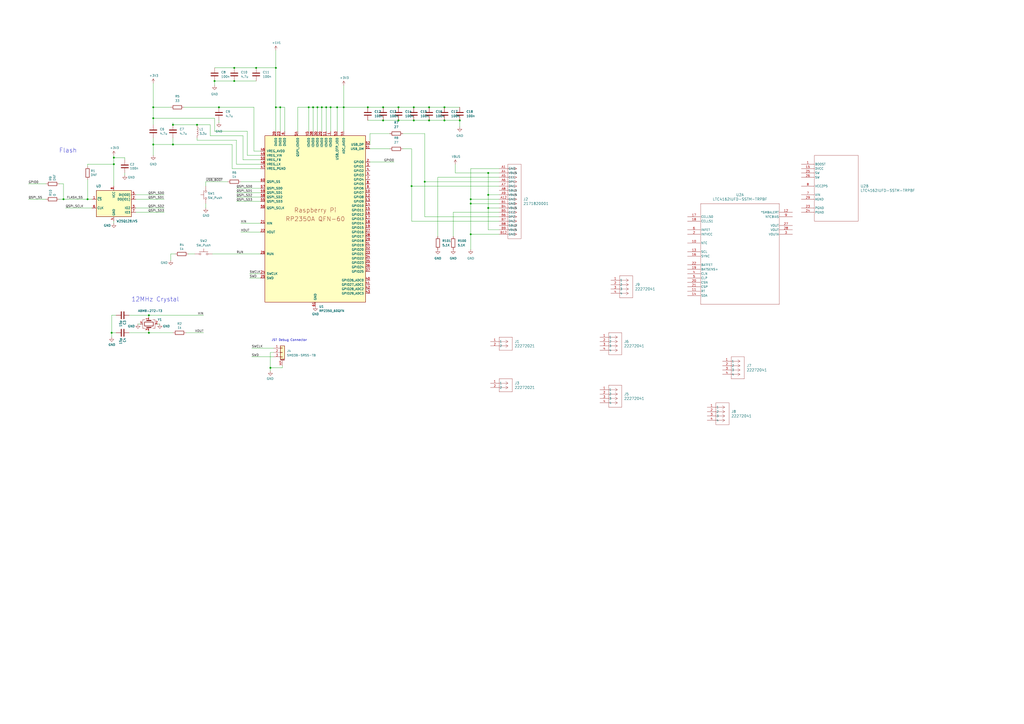
<source format=kicad_sch>
(kicad_sch (version 20231120) (generator "eeschema") (generator_version "8.0")
  (paper "A2")
  (lib_symbols
    (symbol "2024-08-11_23-31-51:LTC4162IUFD-SSTM-TRPBF" (pin_names (offset 0.254))
      (property "Reference" "U" (at 30.48 12.7 0))
      (property "Value" "LTC4162IUFD-SSTM-TRPBF" (at 30.48 10.16 0))
      (symbol "LTC4162IUFD-SSTM-TRPBF_1_1"
        (pin input line (at 0 -15.24 0) (length 7.62) (name "NTC") (number "10"))
        (pin unspecified line (at 0 -43.18 0) (length 7.62) (name "RT") (number "11"))
        (pin output line (at 60.96 2.54 180) (length 7.62) (name "*SMBALERT") (number "12"))
        (pin input line (at 0 -20.32 0) (length 7.62) (name "SCL") (number "13"))
        (pin bidirectional line (at 0 -45.72 0) (length 7.62) (name "SDA") (number "14"))
        (pin input line (at 0 -22.86 0) (length 7.62) (name "SYNC") (number "16"))
        (pin input line (at 0 0 0) (length 7.62) (name "CELLS0") (number "17"))
        (pin input line (at 0 -2.54 0) (length 7.62) (name "CELLS1") (number "18"))
        (pin unspecified line (at 0 -30.48 0) (length 7.62) (name "BATSENS+") (number "19"))
        (pin power_in line (at 0 -10.16 0) (length 7.62) (name "INTVCC") (number "2"))
        (pin unspecified line (at 0 -38.1 0) (length 7.62) (name "CSN") (number "20"))
        (pin unspecified line (at 0 -40.64 0) (length 7.62) (name "CSP") (number "21"))
        (pin unspecified line (at 0 -27.94 0) (length 7.62) (name "BATFET") (number "22"))
        (pin power_in line (at 60.96 -5.08 180) (length 7.62) (name "VOUT") (number "27"))
        (pin power_in line (at 60.96 -7.62 180) (length 7.62) (name "VOUT") (number "28"))
        (pin power_in line (at 60.96 -10.16 180) (length 7.62) (name "VOUTA") (number "3"))
        (pin unspecified line (at 0 -33.02 0) (length 7.62) (name "CLN") (number "4"))
        (pin unspecified line (at 0 -35.56 0) (length 7.62) (name "CLP") (number "5"))
        (pin output line (at 0 -7.62 0) (length 7.62) (name "INFET") (number "6"))
        (pin output line (at 60.96 0 180) (length 7.62) (name "NTCBIAS") (number "9"))
      )
      (symbol "LTC4162IUFD-SSTM-TRPBF_2_1"
        (pin power_in line (at 0 0 0) (length 7.62) (name "BOOST") (number "1"))
        (pin power_in line (at 0 -2.54 0) (length 7.62) (name "DVCC") (number "15"))
        (pin power_out line (at 0 -25.4 0) (length 7.62) (name "PGND") (number "23"))
        (pin power_out line (at 0 -27.94 0) (length 7.62) (name "PGND") (number "24"))
        (pin power_in line (at 0 -5.08 0) (length 7.62) (name "SW") (number "25"))
        (pin power_in line (at 0 -7.62 0) (length 7.62) (name "SW") (number "26"))
        (pin power_out line (at 0 -20.32 0) (length 7.62) (name "AGND") (number "29"))
        (pin power_in line (at 0 -17.78 0) (length 7.62) (name "VIN") (number "7"))
        (pin power_in line (at 0 -12.7 0) (length 7.62) (name "VCC2P5") (number "8"))
      )
    )
    (symbol "2024-08-12_01-31-08:2171820001" (pin_names (offset 0.254))
      (property "Reference" "J" (at 8.89 6.35 0))
      (property "Value" "2171820001" (at 0 0 0))
      (symbol "2171820001_1_1"
        (pin power_out line (at 0 0 0) (length 5.08) (name "GND") (number "A1"))
        (pin power_out line (at 0 -17.78 0) (length 5.08) (name "GND") (number "A12"))
        (pin unspecified line (at 0 -2.54 0) (length 5.08) (name "VBUS") (number "A4"))
        (pin bidirectional line (at 0 -5.08 0) (length 5.08) (name "CC1") (number "A5"))
        (pin bidirectional line (at 0 -7.62 0) (length 5.08) (name "DP1") (number "A6"))
        (pin bidirectional line (at 0 -10.16 0) (length 5.08) (name "DN1") (number "A7"))
        (pin bidirectional line (at 0 -12.7 0) (length 5.08) (name "SBU1") (number "A8"))
        (pin unspecified line (at 0 -15.24 0) (length 5.08) (name "VBUS") (number "A9"))
        (pin power_out line (at 0 -20.32 0) (length 5.08) (name "GND") (number "B1"))
        (pin power_out line (at 0 -38.1 0) (length 5.08) (name "GND") (number "B12"))
        (pin unspecified line (at 0 -22.86 0) (length 5.08) (name "VBUS") (number "B4"))
        (pin bidirectional line (at 0 -25.4 0) (length 5.08) (name "CC2") (number "B5"))
        (pin bidirectional line (at 0 -27.94 0) (length 5.08) (name "DP2") (number "B6"))
        (pin bidirectional line (at 0 -30.48 0) (length 5.08) (name "DN2") (number "B7"))
        (pin bidirectional line (at 0 -33.02 0) (length 5.08) (name "SBU2") (number "B8"))
        (pin unspecified line (at 0 -35.56 0) (length 5.08) (name "VBUS") (number "B9"))
      )
      (symbol "2171820001_1_2"
        (pin power_out line (at 0 0 0) (length 5.08) (name "GND") (number "A1"))
        (pin power_out line (at 0 -17.78 0) (length 5.08) (name "GND") (number "A12"))
        (pin unspecified line (at 0 -2.54 0) (length 5.08) (name "VBUS") (number "A4"))
        (pin bidirectional line (at 0 -5.08 0) (length 5.08) (name "CC1") (number "A5"))
        (pin bidirectional line (at 0 -7.62 0) (length 5.08) (name "DP1") (number "A6"))
        (pin bidirectional line (at 0 -10.16 0) (length 5.08) (name "DN1") (number "A7"))
        (pin bidirectional line (at 0 -12.7 0) (length 5.08) (name "SBU1") (number "A8"))
        (pin unspecified line (at 0 -15.24 0) (length 5.08) (name "VBUS") (number "A9"))
        (pin power_out line (at 0 -20.32 0) (length 5.08) (name "GND") (number "B1"))
        (pin power_out line (at 0 -38.1 0) (length 5.08) (name "GND") (number "B12"))
        (pin unspecified line (at 0 -22.86 0) (length 5.08) (name "VBUS") (number "B4"))
        (pin bidirectional line (at 0 -25.4 0) (length 5.08) (name "CC2") (number "B5"))
        (pin bidirectional line (at 0 -27.94 0) (length 5.08) (name "DP2") (number "B6"))
        (pin bidirectional line (at 0 -30.48 0) (length 5.08) (name "DN2") (number "B7"))
        (pin bidirectional line (at 0 -33.02 0) (length 5.08) (name "SBU2") (number "B8"))
        (pin unspecified line (at 0 -35.56 0) (length 5.08) (name "VBUS") (number "B9"))
      )
    )
    (symbol "Connector_Generic_MountingPin:Conn_01x03_MountingPin" (pin_names (offset 1.016) hide)
      (property "Reference" "J" (at 0 5.08 0))
      (property "Value" "Conn_01x03_MountingPin" (at 1.27 -5.08 0))
      (symbol "Conn_01x03_MountingPin_1_1"
        (text "Mounting" (at 0 -4.191 0) (effects (font (size 0.381 0.381))))
        (pin passive line (at -5.08 2.54 0) (length 3.81) (name "Pin_1") (number "1"))
        (pin passive line (at -5.08 0 0) (length 3.81) (name "Pin_2") (number "2"))
        (pin passive line (at -5.08 -2.54 0) (length 3.81) (name "Pin_3") (number "3"))
        (pin passive line (at 0 -7.62 90) (length 3.048) (name "MountPin") (number "MP"))
      )
    )
    (symbol "Device:C" (pin_numbers hide) (pin_names (offset 0.254))
      (property "Reference" "C" (at 0.635 2.54 0))
      (property "Value" "C" (at 0.635 -2.54 0))
      (symbol "C_1_1"
        (pin passive line (at 0 3.81 270) (length 2.794) (name "~") (number "1"))
        (pin passive line (at 0 -3.81 90) (length 2.794) (name "~") (number "2"))
      )
    )
    (symbol "Device:Crystal_GND24" (pin_names (offset 1.016) hide)
      (property "Reference" "Y" (at 3.175 5.08 0))
      (property "Value" "Crystal_GND24" (at 3.175 3.175 0))
      (symbol "Crystal_GND24_1_1"
        (pin passive line (at -3.81 0 0) (length 1.27) (name "1") (number "1"))
        (pin passive line (at 0 5.08 270) (length 1.27) (name "2") (number "2"))
        (pin passive line (at 3.81 0 180) (length 1.27) (name "3") (number "3"))
        (pin passive line (at 0 -5.08 90) (length 1.27) (name "4") (number "4"))
      )
    )
    (symbol "Device:L" (pin_numbers hide) (pin_names (offset 1.016) hide)
      (property "Reference" "L" (at -1.27 0 90))
      (property "Value" "L" (at 1.905 0 90))
      (symbol "L_1_1"
        (pin passive line (at 0 3.81 270) (length 1.27) (name "1") (number "1"))
        (pin passive line (at 0 -3.81 90) (length 1.27) (name "2") (number "2"))
      )
    )
    (symbol "Device:R" (pin_numbers hide) (pin_names (offset 0))
      (property "Reference" "R" (at 2.032 0 90))
      (property "Value" "R" (at 0 0 90))
      (symbol "R_1_1"
        (pin passive line (at 0 3.81 270) (length 1.27) (name "~") (number "1"))
        (pin passive line (at 0 -3.81 90) (length 1.27) (name "~") (number "2"))
      )
    )
    (symbol "Memory_Flash:W25Q128JVS"
      (property "Reference" "U" (at -8.89 8.89 0))
      (property "Value" "W25Q128JVS" (at 7.62 8.89 0))
      (symbol "W25Q128JVS_1_1"
        (pin input line (at -12.7 2.54 0) (length 2.54) (name "~{CS}") (number "1"))
        (pin bidirectional line (at 12.7 2.54 180) (length 2.54) (name "DO(IO1)") (number "2"))
        (pin bidirectional line (at 12.7 -2.54 180) (length 2.54) (name "IO2") (number "3"))
        (pin power_in line (at 0 -10.16 90) (length 2.54) (name "GND") (number "4"))
        (pin bidirectional line (at 12.7 5.08 180) (length 2.54) (name "DI(IO0)") (number "5"))
        (pin input line (at -12.7 -2.54 0) (length 2.54) (name "CLK") (number "6"))
        (pin bidirectional line (at 12.7 -5.08 180) (length 2.54) (name "IO3") (number "7"))
        (pin power_in line (at 0 10.16 270) (length 2.54) (name "VCC") (number "8"))
      )
    )
    (symbol "RP2350-QFN60:RP2350_60QFN" (pin_names (offset 1.016))
      (property "Reference" "U" (at -29.21 49.53 0))
      (property "Value" "RP2350_60QFN" (at 24.13 -49.53 0))
      (symbol "RP2350_60QFN_0_0"
        (text "Raspberry Pi" (at 0 5.08 0) (effects (font (size 2.54 2.54))))
      )
      (symbol "RP2350_60QFN_1_0"
        (text "RP2350A QFN-60" (at 0 0 0) (effects (font (size 2.54 2.54))))
      )
      (symbol "RP2350_60QFN_1_1"
        (pin power_in line (at 8.89 50.8 270) (length 2.54) (name "IOVDD") (number "1"))
        (pin bidirectional line (at 31.75 15.24 180) (length 2.54) (name "GPIO7") (number "10"))
        (pin power_in line (at 6.35 50.8 270) (length 2.54) (name "IOVDD") (number "11"))
        (pin bidirectional line (at 31.75 12.7 180) (length 2.54) (name "GPIO8") (number "12"))
        (pin bidirectional line (at 31.75 10.16 180) (length 2.54) (name "GPIO9") (number "13"))
        (pin bidirectional line (at 31.75 7.62 180) (length 2.54) (name "GPIO10") (number "14"))
        (pin bidirectional line (at 31.75 5.08 180) (length 2.54) (name "GPIO11") (number "15"))
        (pin bidirectional line (at 31.75 2.54 180) (length 2.54) (name "GPIO12") (number "16"))
        (pin bidirectional line (at 31.75 0 180) (length 2.54) (name "GPIO13") (number "17"))
        (pin bidirectional line (at 31.75 -2.54 180) (length 2.54) (name "GPIO14") (number "18"))
        (pin bidirectional line (at 31.75 -5.08 180) (length 2.54) (name "GPIO15") (number "19"))
        (pin bidirectional line (at 31.75 33.02 180) (length 2.54) (name "GPIO0") (number "2"))
        (pin power_in line (at 3.81 50.8 270) (length 2.54) (name "IOVDD") (number "20"))
        (pin input line (at -31.75 -2.54 0) (length 2.54) (name "XIN") (number "21"))
        (pin passive line (at -31.75 -7.62 0) (length 2.54) (name "XOUT") (number "22"))
        (pin power_in line (at -20.32 50.8 270) (length 2.54) (name "DVDD") (number "23"))
        (pin output line (at -31.75 -31.75 0) (length 2.54) (name "SWCLK") (number "24"))
        (pin bidirectional line (at -31.75 -34.29 0) (length 2.54) (name "SWD") (number "25"))
        (pin input line (at -31.75 -20.32 0) (length 2.54) (name "RUN") (number "26"))
        (pin bidirectional line (at 31.75 -7.62 180) (length 2.54) (name "GPIO16") (number "27"))
        (pin bidirectional line (at 31.75 -10.16 180) (length 2.54) (name "GPIO17") (number "28"))
        (pin bidirectional line (at 31.75 -12.7 180) (length 2.54) (name "GPIO18") (number "29"))
        (pin bidirectional line (at 31.75 30.48 180) (length 2.54) (name "GPIO1") (number "3"))
        (pin power_in line (at 1.27 50.8 270) (length 2.54) (name "IOVDD") (number "30"))
        (pin bidirectional line (at 31.75 -15.24 180) (length 2.54) (name "GPIO19") (number "31"))
        (pin bidirectional line (at 31.75 -17.78 180) (length 2.54) (name "GPIO20") (number "32"))
        (pin bidirectional line (at 31.75 -20.32 180) (length 2.54) (name "GPIO21") (number "33"))
        (pin bidirectional line (at 31.75 -22.86 180) (length 2.54) (name "GPIO22") (number "34"))
        (pin bidirectional line (at 31.75 -25.4 180) (length 2.54) (name "GPIO23") (number "35"))
        (pin bidirectional line (at 31.75 -27.94 180) (length 2.54) (name "GPIO24") (number "36"))
        (pin bidirectional line (at 31.75 -30.48 180) (length 2.54) (name "GPIO25") (number "37"))
        (pin power_in line (at -1.27 50.8 270) (length 2.54) (name "IOVDD") (number "38"))
        (pin power_in line (at -22.86 50.8 270) (length 2.54) (name "DVDD") (number "39"))
        (pin bidirectional line (at 31.75 27.94 180) (length 2.54) (name "GPIO2") (number "4"))
        (pin bidirectional line (at 31.75 -35.56 180) (length 2.54) (name "GPIO26_ADC0") (number "40"))
        (pin bidirectional line (at 31.75 -38.1 180) (length 2.54) (name "GPIO27_ADC1") (number "41"))
        (pin bidirectional line (at 31.75 -40.64 180) (length 2.54) (name "GPIO28_ADC2") (number "42"))
        (pin bidirectional line (at 31.75 -43.18 180) (length 2.54) (name "GPIO29_ADC3") (number "43"))
        (pin power_in line (at 16.51 50.8 270) (length 2.54) (name "ADC_AVDD") (number "44"))
        (pin power_in line (at -3.81 50.8 270) (length 2.54) (name "IOVDD") (number "45"))
        (pin power_in line (at -31.75 39.37 0) (length 2.54) (name "VREG_AVDD") (number "46"))
        (pin power_in line (at -31.75 29.21 0) (length 2.54) (name "VREG_PGND") (number "47"))
        (pin power_out line (at -31.75 31.75 0) (length 2.54) (name "VREG_LX") (number "48"))
        (pin power_in line (at -31.75 36.83 0) (length 2.54) (name "VREG_VIN") (number "49"))
        (pin bidirectional line (at 31.75 25.4 180) (length 2.54) (name "GPIO3") (number "5"))
        (pin input line (at -31.75 34.29 0) (length 2.54) (name "VREG_FB") (number "50"))
        (pin bidirectional line (at 31.75 40.64 180) (length 2.54) (name "USB_DM") (number "51"))
        (pin bidirectional line (at 31.75 43.18 180) (length 2.54) (name "USB_DP") (number "52"))
        (pin power_in line (at 12.7 50.8 270) (length 2.54) (name "USB_OTP_VDD") (number "53"))
        (pin power_in line (at -10.16 50.8 270) (length 2.54) (name "QSPI_IOVDD") (number "54"))
        (pin bidirectional line (at -31.75 10.16 0) (length 2.54) (name "QSPI_SD3") (number "55"))
        (pin output line (at -31.75 6.35 0) (length 2.54) (name "QSPI_SCLK") (number "56"))
        (pin bidirectional line (at -31.75 17.78 0) (length 2.54) (name "QSPI_SD0") (number "57"))
        (pin bidirectional line (at -31.75 12.7 0) (length 2.54) (name "QSPI_SD2") (number "58"))
        (pin bidirectional line (at -31.75 15.24 0) (length 2.54) (name "QSPI_SD1") (number "59"))
        (pin power_in line (at -17.78 50.8 270) (length 2.54) (name "DVDD") (number "6"))
        (pin bidirectional line (at -31.75 21.59 0) (length 2.54) (name "QSPI_SS") (number "60"))
        (pin power_in line (at 0 -50.8 90) (length 2.54) (name "GND") (number "61"))
        (pin bidirectional line (at 31.75 22.86 180) (length 2.54) (name "GPIO4") (number "7"))
        (pin bidirectional line (at 31.75 20.32 180) (length 2.54) (name "GPIO5") (number "8"))
        (pin bidirectional line (at 31.75 17.78 180) (length 2.54) (name "GPIO6") (number "9"))
      )
    )
    (symbol "Switch:SW_Push" (pin_numbers hide) (pin_names (offset 1.016) hide)
      (property "Reference" "SW" (at 1.27 2.54 0))
      (property "Value" "SW_Push" (at 0 -1.524 0))
      (symbol "SW_Push_0_1"
        (pin passive line (at -5.08 0 0) (length 2.54) (name "1") (number "1"))
        (pin passive line (at 5.08 0 180) (length 2.54) (name "2") (number "2"))
      )
    )
    (symbol "molex 22272021:22272021" (pin_names (offset 0.254))
      (property "Reference" "J" (at 8.89 6.35 0))
      (property "Value" "22272021" (at 0 0 0))
      (symbol "22272021_1_1"
        (pin unspecified line (at 0 0 0) (length 5.08) (name "1") (number "1"))
        (pin unspecified line (at 0 -2.54 0) (length 5.08) (name "2") (number "2"))
      )
      (symbol "22272021_1_2"
        (pin unspecified line (at 0 0 0) (length 5.08) (name "1") (number "1"))
        (pin unspecified line (at 0 -2.54 0) (length 5.08) (name "2") (number "2"))
      )
    )
    (symbol "molex 22272041:22272041" (pin_names (offset 0.254))
      (property "Reference" "J" (at 8.89 6.35 0))
      (property "Value" "22272041" (at 0 0 0))
      (symbol "22272041_1_1"
        (pin unspecified line (at 0 0 0) (length 5.08) (name "1") (number "1"))
        (pin unspecified line (at 0 -2.54 0) (length 5.08) (name "2") (number "2"))
        (pin unspecified line (at 0 -5.08 0) (length 5.08) (name "3") (number "3"))
        (pin unspecified line (at 0 -7.62 0) (length 5.08) (name "4") (number "4"))
      )
      (symbol "22272041_1_2"
        (pin unspecified line (at 0 0 0) (length 5.08) (name "1") (number "1"))
        (pin unspecified line (at 0 -2.54 0) (length 5.08) (name "2") (number "2"))
        (pin unspecified line (at 0 -5.08 0) (length 5.08) (name "3") (number "3"))
        (pin unspecified line (at 0 -7.62 0) (length 5.08) (name "4") (number "4"))
      )
    )
    (symbol "power:+3V3" (power) (pin_names (offset 0))
      (property "Value" "+3V3" (at 0 3.556 0))
      (symbol "+3V3_1_1"
        (pin power_in line (at 0 0 90) (length 0) hide (name "+3V3") (number "1"))
      )
    )
    (symbol "power:GND" (power) (pin_numbers hide) (pin_names (offset 0) hide)
      (property "Value" "GND" (at 0 -3.81 0))
      (symbol "GND_1_1"
        (pin power_in line (at 0 0 270) (length 0) (name "~") (number "1"))
      )
    )
  )
  (junction (at 88.9 83.82))
  (junction (at 100.33 83.82))
  (junction (at 86.36 182.88))
  (junction (at 273.05 115.57))
  (junction (at 114.3 72.39))
  (junction (at 88.9 62.23))
  (junction (at 156.845 213.36))
  (junction (at 189.23 62.23))
  (junction (at 127 62.23))
  (junction (at 50.8 115.57))
  (junction (at 135.89 39.37))
  (junction (at 257.81 69.85))
  (junction (at 179.07 62.23))
  (junction (at 231.14 62.23))
  (junction (at 213.36 62.23))
  (junction (at 100.33 72.39))
  (junction (at 257.81 62.23))
  (junction (at 88.9 68.58))
  (junction (at 160.02 39.37))
  (junction (at 64.77 193.04))
  (junction (at 135.89 46.99))
  (junction (at 266.7 69.85))
  (junction (at 186.69 62.23))
  (junction (at 181.61 62.23))
  (junction (at 162.56 62.23))
  (junction (at 248.92 62.23))
  (junction (at 283.21 100.33))
  (junction (at 222.25 69.85))
  (junction (at 195.58 62.23))
  (junction (at 184.15 62.23))
  (junction (at 283.21 113.03))
  (junction (at 246.38 105.41))
  (junction (at 273.05 118.11))
  (junction (at 248.92 69.85))
  (junction (at 148.59 39.37))
  (junction (at 124.46 46.99))
  (junction (at 66.04 91.44))
  (junction (at 66.04 95.25))
  (junction (at 160.02 62.23))
  (junction (at 240.03 62.23))
  (junction (at 240.03 69.85))
  (junction (at 86.36 193.04))
  (junction (at 231.14 69.85))
  (junction (at 191.77 62.23))
  (junction (at 36.83 115.57))
  (junction (at 222.25 62.23))
  (junction (at 273.05 135.89))
  (junction (at 283.21 120.65))
  (junction (at 199.39 62.23))
  (junction (at 238.76 107.95))
  (wire (pts (xy 283.21 133.35) (xy 283.21 120.65)))
  (wire (pts (xy 238.76 107.95) (xy 289.56 107.95)))
  (wire (pts (xy 162.56 62.23) (xy 162.56 76.2)))
  (wire (pts (xy 86.36 193.04) (xy 100.33 193.04)))
  (wire (pts (xy 283.21 120.65) (xy 283.21 113.03)))
  (wire (pts (xy 127 69.85) (xy 127 71.12)))
  (wire (pts (xy 74.93 182.88) (xy 86.36 182.88)))
  (wire (pts (xy 67.31 182.88) (xy 64.77 182.88)))
  (wire (pts (xy 254 102.87) (xy 254 137.16)))
  (wire (pts (xy 186.69 62.23) (xy 186.69 76.2)))
  (wire (pts (xy 273.05 115.57) (xy 273.05 118.11)))
  (wire (pts (xy 88.9 68.58) (xy 124.46 68.58)))
  (wire (pts (xy 213.36 62.23) (xy 222.25 62.23)))
  (wire (pts (xy 144.78 161.29) (xy 151.13 161.29)))
  (wire (pts (xy 184.15 62.23) (xy 184.15 76.2)))
  (wire (pts (xy 156.845 213.36) (xy 163.83 213.36)))
  (wire (pts (xy 50.8 115.57) (xy 53.34 115.57)))
  (wire (pts (xy 132.08 105.41) (xy 119.38 105.41)))
  (wire (pts (xy 88.9 62.23) (xy 99.06 62.23)))
  (wire (pts (xy 262.89 123.19) (xy 262.89 137.16)))
  (wire (pts (xy 289.56 128.27) (xy 238.76 128.27)))
  (wire (pts (xy 233.68 77.47) (xy 246.38 77.47)))
  (wire (pts (xy 124.46 39.37) (xy 135.89 39.37)))
  (wire (pts (xy 124.46 46.99) (xy 135.89 46.99)))
  (wire (pts (xy 257.81 69.85) (xy 266.7 69.85)))
  (wire (pts (xy 72.39 91.44) (xy 66.04 91.44)))
  (wire (pts (xy 238.76 128.27) (xy 238.76 107.95)))
  (wire (pts (xy 121.92 72.39) (xy 121.92 78.74)))
  (wire (pts (xy 135.89 39.37) (xy 148.59 39.37)))
  (wire (pts (xy 214.63 86.36) (xy 226.06 86.36)))
  (wire (pts (xy 214.63 77.47) (xy 226.06 77.47)))
  (wire (pts (xy 50.8 96.52) (xy 50.8 95.25)))
  (wire (pts (xy 289.56 97.79) (xy 273.05 97.79)))
  (wire (pts (xy 289.56 102.87) (xy 254 102.87)))
  (wire (pts (xy 140.97 92.71) (xy 151.13 92.71)))
  (wire (pts (xy 264.16 100.33) (xy 283.21 100.33)))
  (wire (pts (xy 199.39 62.23) (xy 199.39 76.2)))
  (wire (pts (xy 160.02 29.21) (xy 160.02 39.37)))
  (wire (pts (xy 64.77 193.04) (xy 64.77 195.58)))
  (wire (pts (xy 78.74 115.57) (xy 95.25 115.57)))
  (wire (pts (xy 144.78 158.75) (xy 151.13 158.75)))
  (wire (pts (xy 233.68 86.36) (xy 238.76 86.36)))
  (wire (pts (xy 86.36 191.77) (xy 86.36 193.04)))
  (wire (pts (xy 88.9 62.23) (xy 88.9 68.58)))
  (wire (pts (xy 88.9 68.58) (xy 88.9 72.39)))
  (wire (pts (xy 191.77 62.23) (xy 191.77 76.2)))
  (wire (pts (xy 143.51 90.17) (xy 151.13 90.17)))
  (wire (pts (xy 248.92 62.23) (xy 257.81 62.23)))
  (wire (pts (xy 88.9 48.26) (xy 88.9 62.23)))
  (wire (pts (xy 121.92 78.74) (xy 140.97 78.74)))
  (wire (pts (xy 222.25 69.85) (xy 231.14 69.85)))
  (wire (pts (xy 66.04 91.44) (xy 66.04 95.25)))
  (wire (pts (xy 123.19 147.32) (xy 151.13 147.32)))
  (wire (pts (xy 172.72 62.23) (xy 179.07 62.23)))
  (wire (pts (xy 147.32 87.63) (xy 151.13 87.63)))
  (wire (pts (xy 137.16 116.84) (xy 151.13 116.84)))
  (wire (pts (xy 124.46 76.2) (xy 124.46 68.58)))
  (wire (pts (xy 283.21 100.33) (xy 289.56 100.33)))
  (wire (pts (xy 109.22 147.32) (xy 113.03 147.32)))
  (wire (pts (xy 38.1 120.65) (xy 53.34 120.65)))
  (wire (pts (xy 106.68 62.23) (xy 127 62.23)))
  (wire (pts (xy 147.32 62.23) (xy 147.32 87.63)))
  (wire (pts (xy 34.29 106.68) (xy 36.83 106.68)))
  (wire (pts (xy 100.33 83.82) (xy 88.9 83.82)))
  (wire (pts (xy 273.05 135.89) (xy 289.56 135.89)))
  (wire (pts (xy 191.77 62.23) (xy 195.58 62.23)))
  (wire (pts (xy 162.56 62.23) (xy 165.1 62.23)))
  (wire (pts (xy 80.01 187.96) (xy 81.28 187.96)))
  (wire (pts (xy 289.56 123.19) (xy 262.89 123.19)))
  (wire (pts (xy 179.07 62.23) (xy 181.61 62.23)))
  (wire (pts (xy 140.97 78.74) (xy 140.97 92.71)))
  (wire (pts (xy 246.38 77.47) (xy 246.38 105.41)))
  (wire (pts (xy 135.89 46.99) (xy 148.59 46.99)))
  (wire (pts (xy 156.845 213.36) (xy 156.845 215.265)))
  (wire (pts (xy 16.51 115.57) (xy 26.67 115.57)))
  (wire (pts (xy 163.83 212.09) (xy 163.83 213.36)))
  (wire (pts (xy 158.75 204.47) (xy 156.845 204.47)))
  (wire (pts (xy 151.13 95.25) (xy 137.16 95.25)))
  (wire (pts (xy 213.36 69.85) (xy 222.25 69.85)))
  (wire (pts (xy 66.04 95.25) (xy 66.04 107.95)))
  (wire (pts (xy 100.33 80.01) (xy 100.33 83.82)))
  (wire (pts (xy 160.02 62.23) (xy 160.02 76.2)))
  (wire (pts (xy 88.9 83.82) (xy 88.9 80.01)))
  (wire (pts (xy 289.56 120.65) (xy 283.21 120.65)))
  (wire (pts (xy 78.74 123.19) (xy 95.25 123.19)))
  (wire (pts (xy 67.31 193.04) (xy 64.77 193.04)))
  (wire (pts (xy 137.16 114.3) (xy 151.13 114.3)))
  (wire (pts (xy 137.16 111.76) (xy 151.13 111.76)))
  (wire (pts (xy 101.6 147.32) (xy 99.06 147.32)))
  (wire (pts (xy 189.23 62.23) (xy 189.23 76.2)))
  (wire (pts (xy 139.7 134.62) (xy 151.13 134.62)))
  (wire (pts (xy 114.3 72.39) (xy 121.92 72.39)))
  (wire (pts (xy 143.51 76.2) (xy 143.51 90.17)))
  (wire (pts (xy 189.23 62.23) (xy 191.77 62.23)))
  (wire (pts (xy 134.62 83.82) (xy 100.33 83.82)))
  (wire (pts (xy 248.92 69.85) (xy 257.81 69.85)))
  (wire (pts (xy 36.83 115.57) (xy 50.8 115.57)))
  (wire (pts (xy 273.05 118.11) (xy 273.05 135.89)))
  (wire (pts (xy 240.03 69.85) (xy 248.92 69.85)))
  (wire (pts (xy 137.16 109.22) (xy 151.13 109.22)))
  (wire (pts (xy 214.63 83.82) (xy 214.63 77.47)))
  (wire (pts (xy 124.46 76.2) (xy 143.51 76.2)))
  (wire (pts (xy 214.63 93.98) (xy 228.6 93.98)))
  (wire (pts (xy 86.36 184.15) (xy 86.36 182.88)))
  (wire (pts (xy 172.72 62.23) (xy 172.72 76.2)))
  (wire (pts (xy 66.04 90.17) (xy 66.04 91.44)))
  (wire (pts (xy 100.33 71.12) (xy 100.33 72.39)))
  (wire (pts (xy 139.7 105.41) (xy 151.13 105.41)))
  (wire (pts (xy 50.8 104.14) (xy 50.8 115.57)))
  (wire (pts (xy 34.29 115.57) (xy 36.83 115.57)))
  (wire (pts (xy 139.7 129.54) (xy 151.13 129.54)))
  (wire (pts (xy 199.39 49.53) (xy 199.39 62.23)))
  (wire (pts (xy 78.74 113.03) (xy 95.25 113.03)))
  (wire (pts (xy 231.14 69.85) (xy 240.03 69.85)))
  (wire (pts (xy 240.03 62.23) (xy 248.92 62.23)))
  (wire (pts (xy 146.05 207.01) (xy 158.75 207.01)))
  (wire (pts (xy 119.38 105.41) (xy 119.38 107.95)))
  (wire (pts (xy 137.16 95.25) (xy 137.16 81.28)))
  (wire (pts (xy 199.39 62.23) (xy 213.36 62.23)))
  (wire (pts (xy 273.05 115.57) (xy 289.56 115.57)))
  (wire (pts (xy 74.93 193.04) (xy 86.36 193.04)))
  (wire (pts (xy 72.39 92.71) (xy 72.39 91.44)))
  (wire (pts (xy 99.06 147.32) (xy 99.06 151.13)))
  (wire (pts (xy 36.83 106.68) (xy 36.83 115.57)))
  (wire (pts (xy 134.62 97.79) (xy 151.13 97.79)))
  (wire (pts (xy 273.05 118.11) (xy 289.56 118.11)))
  (wire (pts (xy 16.51 106.68) (xy 26.67 106.68)))
  (wire (pts (xy 195.58 62.23) (xy 199.39 62.23)))
  (wire (pts (xy 114.3 80.01) (xy 114.3 81.28)))
  (wire (pts (xy 181.61 62.23) (xy 184.15 62.23)))
  (wire (pts (xy 124.46 46.99) (xy 124.46 49.53)))
  (wire (pts (xy 266.7 69.85) (xy 266.7 73.66)))
  (wire (pts (xy 273.05 135.89) (xy 273.05 144.78)))
  (wire (pts (xy 134.62 97.79) (xy 134.62 83.82)))
  (wire (pts (xy 184.15 62.23) (xy 186.69 62.23)))
  (wire (pts (xy 91.44 187.96) (xy 92.71 187.96)))
  (wire (pts (xy 257.81 62.23) (xy 266.7 62.23)))
  (wire (pts (xy 66.04 128.27) (xy 66.04 129.54)))
  (wire (pts (xy 148.59 39.37) (xy 160.02 39.37)))
  (wire (pts (xy 238.76 86.36) (xy 238.76 107.95)))
  (wire (pts (xy 72.39 100.33) (xy 72.39 101.6)))
  (wire (pts (xy 179.07 62.23) (xy 179.07 76.2)))
  (wire (pts (xy 231.14 62.23) (xy 240.03 62.23)))
  (wire (pts (xy 181.61 62.23) (xy 181.61 76.2)))
  (wire (pts (xy 100.33 72.39) (xy 114.3 72.39)))
  (wire (pts (xy 246.38 105.41) (xy 289.56 105.41)))
  (wire (pts (xy 107.95 193.04) (xy 118.11 193.04)))
  (wire (pts (xy 119.38 118.11) (xy 119.38 120.65)))
  (wire (pts (xy 264.16 95.25) (xy 264.16 100.33)))
  (wire (pts (xy 64.77 182.88) (xy 64.77 193.04)))
  (wire (pts (xy 246.38 105.41) (xy 246.38 125.73)))
  (wire (pts (xy 246.38 125.73) (xy 289.56 125.73)))
  (wire (pts (xy 222.25 62.23) (xy 231.14 62.23)))
  (wire (pts (xy 88.9 83.82) (xy 88.9 90.17)))
  (wire (pts (xy 186.69 62.23) (xy 189.23 62.23)))
  (wire (pts (xy 86.36 182.88) (xy 118.11 182.88)))
  (wire (pts (xy 146.05 201.93) (xy 158.75 201.93)))
  (wire (pts (xy 147.32 62.23) (xy 127 62.23)))
  (wire (pts (xy 273.05 97.79) (xy 273.05 115.57)))
  (wire (pts (xy 289.56 133.35) (xy 283.21 133.35)))
  (wire (pts (xy 114.3 81.28) (xy 137.16 81.28)))
  (wire (pts (xy 156.845 204.47) (xy 156.845 213.36)))
  (wire (pts (xy 195.58 62.23) (xy 195.58 76.2)))
  (wire (pts (xy 50.8 95.25) (xy 66.04 95.25)))
  (wire (pts (xy 78.74 120.65) (xy 95.25 120.65)))
  (wire (pts (xy 165.1 76.2) (xy 165.1 62.23)))
  (wire (pts (xy 289.56 113.03) (xy 283.21 113.03)))
  (wire (pts (xy 160.02 62.23) (xy 162.56 62.23)))
  (wire (pts (xy 160.02 39.37) (xy 160.02 62.23)))
  (wire (pts (xy 283.21 100.33) (xy 283.21 113.03)))
  (text "Flash" (at 34.29 88.9 0) (effects (font (size 2.54 2.54)) (justify left bottom)))
  (text "12MHz Crystal" (at 76.2 175.26 0) (effects (font (size 2.54 2.54)) (justify left bottom)))
  (text "JST Debug Connector" (at 157.48 198.12 0) (effects (font (size 1.27 1.27)) (justify left bottom)))
  (label "FLASH_SS" (at 38.735 115.57 0))
  (label "GPIO0" (at 228.6 93.98 180))
  (label "QSPI_SD0" (at 95.25 113.03 180))
  (label "~{USB_BOOT}" (at 119.38 105.41 0))
  (label "QSPI_SD2" (at 137.16 114.3 0))
  (label "QSPI_SS" (at 16.51 115.57 0))
  (label "RUN" (at 137.16 147.32 0))
  (label "SWD" (at 146.05 207.01 0))
  (label "SWCLK" (at 144.78 158.75 0))
  (label "SWCLK" (at 146.05 201.93 0))
  (label "XIN" (at 118.11 182.88 180))
  (label "QSPI_SD3" (at 137.16 116.84 0))
  (label "XIN" (at 139.7 129.54 0))
  (label "QSPI_SD1" (at 95.25 115.57 180))
  (label "GPIO0" (at 16.51 106.68 0))
  (label "SWD" (at 144.78 161.29 0))
  (label "QSPI_SD1" (at 137.16 111.76 0))
  (label "XOUT" (at 139.7 134.62 0))
  (label "QSPI_SD3" (at 95.25 123.19 180))
  (label "QSPI_SD2" (at 95.25 120.65 180))
  (label "QSPI_SCLK" (at 38.1 120.65 0))
  (label "XOUT" (at 118.11 193.04 180))
  (label "QSPI_SD0" (at 137.16 109.22 0))
  (symbol (lib_id "power:GND") (at 99.06 151.13 0) (unit 1)
    (property "Reference" "#PWR016" (effects (hide yes)))
    (property "Value" "GND" (at 95.25 152.4 0))
  )
  (symbol (lib_id "molex 22272041:22272041") (at 347.98 195.58 0) (unit 1)
    (property "Reference" "J6" (at 361.95 198.1199 0) (effects (font (size 1.524 1.524)) (justify left)))
    (property "Value" "22272041" (at 361.95 200.6599 0) (effects (font (size 1.524 1.524)) (justify left)))
    (property "Footprint" "CONN_AE-6410-04A_MOL" (effects (hide yes)))
    (property "Datasheet" "22272041" (effects (hide yes)))
  )
  (symbol (lib_id "power:+3V3") (at 160.02 29.21 0) (unit 1)
    (property "Reference" "#PWR019" (effects (hide yes)))
    (property "Value" "+1V1" (at 160.401 24.8158 0))
  )
  (symbol (lib_id "Switch:SW_Push") (at 119.38 113.03 90) (unit 1)
    (property "Reference" "SW1" (at 120.523 112.1953 90) (effects (justify right)))
    (property "Value" "SW_Push" (at 120.523 114.7322 90) (effects (justify right)))
    (property "Footprint" "Button_Switch_SMD:SW_Push_1P1T_NO_Vertical_Wuerth_434133025816" (effects (hide yes)))
  )
  (symbol (lib_id "power:GND") (at 156.845 215.265 0) (mirror y) (unit 1)
    (property "Reference" "#PWR011" (effects (hide yes)))
    (property "Value" "GND" (at 156.718 219.6592 0))
  )
  (symbol (lib_id "Device:R") (at 30.48 106.68 90) (unit 1)
    (property "Reference" "R9" (at 29.3116 104.902 0) (effects (justify left)))
    (property "Value" "DNF" (at 31.623 104.902 0) (effects (justify left)))
    (property "Footprint" "Resistor_SMD:R_0402_1005Metric" (effects (hide yes)))
  )
  (symbol (lib_id "Device:C") (at 231.14 66.04 0) (unit 1)
    (property "Reference" "C14" (at 234.95 64.7699 0) (effects (justify left)))
    (property "Value" "100n" (at 234.95 67.3099 0) (effects (justify left)))
    (property "Footprint" "Capacitor_SMD:C_0402_1005Metric" (effects (hide yes)))
    (property "Description" "Unpolarized capacitor" (effects (hide yes)))
  )
  (symbol (lib_id "molex 22272021:22272021") (at 284.48 198.12 0) (unit 1)
    (property "Reference" "J1" (at 298.45 198.1199 0) (effects (font (size 1.524 1.524)) (justify left)))
    (property "Value" "22272021" (at 298.45 200.6599 0) (effects (font (size 1.524 1.524)) (justify left)))
    (property "Footprint" "CONN_AE-6410-02A_MOL" (effects (hide yes)))
    (property "Datasheet" "22272021" (effects (hide yes)))
  )
  (symbol (lib_id "Memory_Flash:W25Q128JVS") (at 66.04 118.11 0) (unit 1)
    (property "Reference" "U3" (at 57.15 107.95 0))
    (property "Value" "W25Q128JVS" (at 73.66 128.27 0))
    (property "Footprint" "Package_SO:SOIC-8_5.23x5.23mm_P1.27mm" (effects (hide yes)))
    (property "Datasheet" "http://www.winbond.com/resource-files/w25q128jv_dtr%20revc%2003272018%20plus.pdf" (effects (hide yes)))
  )
  (symbol (lib_id "2024-08-12_01-31-08:2171820001") (at 289.56 97.79 0) (unit 1)
    (property "Reference" "J2" (at 303.53 115.5699 0) (effects (font (size 1.524 1.524)) (justify left)))
    (property "Value" "2171820001" (at 303.53 118.1099 0) (effects (font (size 1.524 1.524)) (justify left)))
    (property "Footprint" "CONN_217182-0001_MOL" (effects (hide yes)))
    (property "Datasheet" "2171820001" (effects (hide yes)))
  )
  (symbol (lib_id "molex 22272041:22272041") (at 347.98 226.06 0) (unit 1)
    (property "Reference" "J5" (at 361.95 228.5999 0) (effects (font (size 1.524 1.524)) (justify left)))
    (property "Value" "22272041" (at 361.95 231.1399 0) (effects (font (size 1.524 1.524)) (justify left)))
    (property "Footprint" "CONN_AE-6410-04A_MOL" (effects (hide yes)))
    (property "Datasheet" "22272041" (effects (hide yes)))
  )
  (symbol (lib_id "Device:C") (at 266.7 66.04 0) (unit 1)
    (property "Reference" "C18" (at 270.51 64.7699 0) (effects (justify left)))
    (property "Value" "100n" (at 270.51 67.3099 0) (effects (justify left)))
    (property "Footprint" "Capacitor_SMD:C_0402_1005Metric" (effects (hide yes)))
    (property "Description" "Unpolarized capacitor" (effects (hide yes)))
  )
  (symbol (lib_id "power:GND") (at 88.9 90.17 0) (unit 1)
    (property "Reference" "#PWR03" (effects (hide yes)))
    (property "Value" "GND" (at 88.9 95.25 0))
    (property "Description" "Power symbol creates a global label with name \"GND\" , ground" (effects (hide yes)))
  )
  (symbol (lib_id "power:GND") (at 66.04 129.54 0) (unit 1)
    (property "Reference" "#PWR09" (effects (hide yes)))
    (property "Value" "GND" (at 62.23 130.81 0))
  )
  (symbol (lib_id "Device:C") (at 100.33 76.2 0) (unit 1)
    (property "Reference" "C7" (at 104.14 74.9299 0) (effects (justify left)))
    (property "Value" "4.7u" (at 104.14 77.4699 0) (effects (justify left)))
    (property "Footprint" "RP2350_80QFN_minimal:C_0402_1005Metric_small_pads" (effects (hide yes)))
    (property "Description" "Unpolarized capacitor" (effects (hide yes)))
  )
  (symbol (lib_id "Device:C") (at 127 66.04 0) (unit 1)
    (property "Reference" "C9" (at 130.81 64.7699 0) (effects (justify left)))
    (property "Value" "4.7u" (at 130.81 67.3099 0) (effects (justify left)))
    (property "Footprint" "RP2350_80QFN_minimal:C_0402_1005Metric_small_pads" (effects (hide yes)))
    (property "Description" "Unpolarized capacitor" (effects (hide yes)))
  )
  (symbol (lib_id "Device:C") (at 71.12 193.04 270) (unit 1)
    (property "Reference" "C4" (at 72.2884 195.961 0) (effects (justify left)))
    (property "Value" "15p" (at 69.977 195.961 0) (effects (justify left)))
    (property "Footprint" "Capacitor_SMD:C_0402_1005Metric" (effects (hide yes)))
  )
  (symbol (lib_id "Device:C") (at 71.12 182.88 270) (unit 1)
    (property "Reference" "C3" (at 72.2884 185.801 0) (effects (justify left)))
    (property "Value" "15p" (at 69.977 185.801 0) (effects (justify left)))
    (property "Footprint" "Capacitor_SMD:C_0402_1005Metric" (effects (hide yes)))
  )
  (symbol (lib_id "power:+3V3") (at 199.39 49.53 0) (unit 1)
    (property "Reference" "#PWR020" (effects (hide yes)))
    (property "Value" "+3V3" (at 199.771 45.1358 0))
  )
  (symbol (lib_id "Device:C") (at 148.59 43.18 0) (unit 1)
    (property "Reference" "C11" (at 152.4 41.9099 0) (effects (justify left)))
    (property "Value" "100n" (at 152.4 44.4499 0) (effects (justify left)))
    (property "Footprint" "Capacitor_SMD:C_0402_1005Metric" (effects (hide yes)))
    (property "Description" "Unpolarized capacitor" (effects (hide yes)))
  )
  (symbol (lib_id "Device:R") (at 229.87 86.36 90) (unit 1)
    (property "Reference" "R8" (at 229.87 80.01 90))
    (property "Value" "27" (at 229.87 82.55 90))
    (property "Footprint" "Resistor_SMD:R_0402_1005Metric" (effects (hide yes)))
    (property "Description" "Resistor" (effects (hide yes)))
  )
  (symbol (lib_id "Connector_Generic_MountingPin:Conn_01x03_MountingPin") (at 163.83 204.47 0) (unit 1)
    (property "Reference" "J4" (at 166.37 203.5555 0) (effects (justify left)))
    (property "Value" "SM03B-SRSS-TB" (at 166.37 206.0955 0) (effects (justify left)))
    (property "Footprint" "Connector_JST:JST_SH_SM03B-SRSS-TB_1x03-1MP_P1.00mm_Horizontal" (effects (hide yes)))
  )
  (symbol (lib_id "Device:R") (at 102.87 62.23 90) (unit 1)
    (property "Reference" "R5" (at 102.87 55.88 90))
    (property "Value" "33" (at 102.87 58.42 90))
    (property "Footprint" "Resistor_SMD:R_0402_1005Metric" (effects (hide yes)))
    (property "Description" "Resistor" (effects (hide yes)))
  )
  (symbol (lib_id "power:GND") (at 182.88 177.8 0) (unit 1)
    (property "Reference" "#PWR012" (effects (hide yes)))
    (property "Value" "GND" (at 183.007 182.1942 0))
  )
  (symbol (lib_id "power:GND") (at 124.46 49.53 0) (unit 1)
    (property "Reference" "#PWR07" (effects (hide yes)))
    (property "Value" "GND" (at 124.46 54.61 0))
    (property "Description" "Power symbol creates a global label with name \"GND\" , ground" (effects (hide yes)))
  )
  (symbol (lib_id "power:GND") (at 273.05 144.78 0) (unit 1)
    (property "Reference" "#PWR04" (effects (hide yes)))
    (property "Value" "GND" (at 273.05 149.86 0))
    (property "Description" "Power symbol creates a global label with name \"GND\" , ground" (effects (hide yes)))
  )
  (symbol (lib_id "2024-08-11_23-31-51:LTC4162IUFD-SSTM-TRPBF") (at 398.78 125.73 0) (unit 1)
    (property "Reference" "U2" (at 429.26 113.03 0) (effects (font (size 1.524 1.524))))
    (property "Value" "LTC4162IUFD-SSTM-TRPBF" (at 429.26 115.57 0) (effects (font (size 1.524 1.524))))
    (property "Footprint" "05-08-1712_ADI" (effects (hide yes)))
    (property "Datasheet" "LTC4162IUFD-SSTM-TRPBF" (effects (hide yes)))
  )
  (symbol (lib_id "power:GND") (at 262.89 144.78 0) (unit 1)
    (property "Reference" "#PWR05" (effects (hide yes)))
    (property "Value" "GND" (at 262.89 149.86 0))
    (property "Description" "Power symbol creates a global label with name \"GND\" , ground" (effects (hide yes)))
  )
  (symbol (lib_id "power:GND") (at 80.01 187.96 0) (unit 1)
    (property "Reference" "#PWR017" (effects (hide yes)))
    (property "Value" "GND" (at 76.2 189.23 0))
  )
  (symbol (lib_id "power:GND") (at 72.39 101.6 0) (unit 1)
    (property "Reference" "#PWR010" (effects (hide yes)))
    (property "Value" "GND" (at 76.2 102.87 0))
  )
  (symbol (lib_id "Device:C") (at 88.9 76.2 0) (unit 1)
    (property "Reference" "C6" (at 92.71 74.9299 0) (effects (justify left)))
    (property "Value" "4.7u" (at 92.71 77.4699 0) (effects (justify left)))
    (property "Footprint" "RP2350_80QFN_minimal:C_0402_1005Metric_small_pads" (effects (hide yes)))
    (property "Description" "Unpolarized capacitor" (effects (hide yes)))
  )
  (symbol (lib_id "Device:C") (at 72.39 96.52 0) (unit 1)
    (property "Reference" "C2" (at 75.311 95.3516 0) (effects (justify left)))
    (property "Value" "100n" (at 75.311 97.663 0) (effects (justify left)))
    (property "Footprint" "Capacitor_SMD:C_0402_1005Metric" (effects (hide yes)))
  )
  (symbol (lib_id "power:GND") (at 64.77 195.58 0) (unit 1)
    (property "Reference" "#PWR015" (effects (hide yes)))
    (property "Value" "GND" (at 64.897 199.9742 0))
  )
  (symbol (lib_id "Switch:SW_Push") (at 118.11 147.32 0) (unit 1)
    (property "Reference" "SW2" (at 118.11 139.7 0))
    (property "Value" "SW_Push" (at 118.11 142.24 0))
    (property "Footprint" "Button_Switch_SMD:SW_Push_1P1T_NO_Vertical_Wuerth_434133025816" (effects (hide yes)))
  )
  (symbol (lib_id "molex 22272041:22272041") (at 354.33 162.56 0) (unit 1)
    (property "Reference" "J9" (at 368.3 165.0999 0) (effects (font (size 1.524 1.524)) (justify left)))
    (property "Value" "22272041" (at 368.3 167.6399 0) (effects (font (size 1.524 1.524)) (justify left)))
    (property "Footprint" "CONN_AE-6410-04A_MOL" (effects (hide yes)))
    (property "Datasheet" "22272041" (effects (hide yes)))
  )
  (symbol (lib_id "Device:R") (at 262.89 140.97 0) (unit 1)
    (property "Reference" "R100" (at 265.43 139.6999 0) (effects (justify left)))
    (property "Value" "5.1K" (at 265.43 142.2399 0) (effects (justify left)))
    (property "Footprint" "Resistor_SMD:R_0402_1005Metric" (effects (hide yes)))
    (property "Description" "Resistor" (effects (hide yes)))
  )
  (symbol (lib_id "Device:C") (at 135.89 43.18 0) (unit 1)
    (property "Reference" "C10" (at 139.7 41.9099 0) (effects (justify left)))
    (property "Value" "4.7u" (at 139.7 44.4499 0) (effects (justify left)))
    (property "Footprint" "Capacitor_SMD:C_0402_1005Metric" (effects (hide yes)))
    (property "Description" "Unpolarized capacitor" (effects (hide yes)))
  )
  (symbol (lib_id "power:GND") (at 127 71.12 0) (unit 1)
    (property "Reference" "#PWR02" (effects (hide yes)))
    (property "Value" "GND" (at 127 76.2 0))
    (property "Description" "Power symbol creates a global label with name \"GND\" , ground" (effects (hide yes)))
  )
  (symbol (lib_id "power:+3V3") (at 66.04 90.17 0) (unit 1)
    (property "Reference" "#PWR08" (effects (hide yes)))
    (property "Value" "+3V3" (at 66.421 85.7758 0))
  )
  (symbol (lib_id "Device:C") (at 248.92 66.04 0) (unit 1)
    (property "Reference" "C16" (at 252.73 64.7699 0) (effects (justify left)))
    (property "Value" "100n" (at 252.73 67.3099 0) (effects (justify left)))
    (property "Footprint" "Capacitor_SMD:C_0402_1005Metric" (effects (hide yes)))
    (property "Description" "Unpolarized capacitor" (effects (hide yes)))
  )
  (symbol (lib_id "molex 22272041:22272041") (at 419.1 209.55 0) (unit 1)
    (property "Reference" "J7" (at 433.07 212.0899 0) (effects (font (size 1.524 1.524)) (justify left)))
    (property "Value" "22272041" (at 433.07 214.6299 0) (effects (font (size 1.524 1.524)) (justify left)))
    (property "Footprint" "CONN_AE-6410-04A_MOL" (effects (hide yes)))
    (property "Datasheet" "22272041" (effects (hide yes)))
  )
  (symbol (lib_id "Device:R") (at 105.41 147.32 270) (unit 1)
    (property "Reference" "R4" (at 105.41 142.0622 90))
    (property "Value" "1k" (at 105.41 144.3736 90))
    (property "Footprint" "Resistor_SMD:R_0402_1005Metric" (effects (hide yes)))
  )
  (symbol (lib_id "2024-08-11_23-31-51:LTC4162IUFD-SSTM-TRPBF") (at 464.82 95.25 0) (unit 2)
    (property "Reference" "U2" (at 499.11 107.9499 0) (effects (font (size 1.524 1.524)) (justify left)))
    (property "Value" "LTC4162IUFD-SSTM-TRPBF" (at 499.11 110.4899 0) (effects (font (size 1.524 1.524)) (justify left)))
    (property "Footprint" "05-08-1712_ADI" (effects (hide yes)))
    (property "Datasheet" "LTC4162IUFD-SSTM-TRPBF" (effects (hide yes)))
  )
  (symbol (lib_id "power:GND") (at 92.71 187.96 0) (unit 1)
    (property "Reference" "#PWR018" (effects (hide yes)))
    (property "Value" "GND" (at 96.52 189.23 0))
  )
  (symbol (lib_id "power:+3V3") (at 264.16 95.25 0) (unit 1)
    (property "Reference" "#PWR021" (effects (hide yes)))
    (property "Value" "VBUS" (at 264.541 90.8558 0))
  )
  (symbol (lib_id "RP2350-QFN60:RP2350_60QFN") (at 182.88 127 0) (unit 1)
    (property "Reference" "U1" (at 185.0741 177.8 0) (effects (justify left)))
    (property "Value" "RP2350_60QFN" (at 185.0741 180.34 0) (effects (justify left)))
    (property "Footprint" "RP2350_60QFN_minimal:RP2350-QFN-60-1EP_7x7_P0.4mm_EP3.4x3.4mm_ThermalVias" (effects (hide yes)))
  )
  (symbol (lib_id "Device:R") (at 135.89 105.41 270) (unit 1)
    (property "Reference" "R6" (at 135.89 100.1522 90))
    (property "Value" "1k" (at 135.89 102.4636 90))
    (property "Footprint" "Resistor_SMD:R_0402_1005Metric" (effects (hide yes)))
  )
  (symbol (lib_id "power:GND") (at 119.38 120.65 0) (unit 1)
    (property "Reference" "#PWR014" (effects (hide yes)))
    (property "Value" "GND" (at 119.507 125.0442 0))
  )
  (symbol (lib_id "Device:C") (at 213.36 66.04 0) (unit 1)
    (property "Reference" "C12" (at 217.17 64.7699 0) (effects (justify left)))
    (property "Value" "100n" (at 217.17 67.3099 0) (effects (justify left)))
    (property "Footprint" "Capacitor_SMD:C_0402_1005Metric" (effects (hide yes)))
    (property "Description" "Unpolarized capacitor" (effects (hide yes)))
  )
  (symbol (lib_id "Device:R") (at 104.14 193.04 270) (unit 1)
    (property "Reference" "R2" (at 104.14 187.7822 90))
    (property "Value" "1k" (at 104.14 190.0936 90))
    (property "Footprint" "Resistor_SMD:R_0402_1005Metric" (effects (hide yes)))
  )
  (symbol (lib_id "Device:C") (at 124.46 43.18 0) (unit 1)
    (property "Reference" "C8" (at 128.27 41.9099 0) (effects (justify left)))
    (property "Value" "100n" (at 128.27 44.4499 0) (effects (justify left)))
    (property "Footprint" "Capacitor_SMD:C_0402_1005Metric" (effects (hide yes)))
    (property "Description" "Unpolarized capacitor" (effects (hide yes)))
  )
  (symbol (lib_id "Device:L") (at 114.3 76.2 0) (unit 1)
    (property "Reference" "L1" (at 115.57 74.9299 0) (effects (justify left)))
    (property "Value" "3.3u" (at 115.57 77.4699 0) (effects (justify left)))
    (property "Footprint" "RP2350_80QFN_minimal:L_pol_2016" (effects (hide yes)))
    (property "Description" "Inductor" (effects (hide yes)))
  )
  (symbol (lib_id "power:GND") (at 254 144.78 0) (unit 1)
    (property "Reference" "#PWR06" (effects (hide yes)))
    (property "Value" "GND" (at 254 149.86 0))
    (property "Description" "Power symbol creates a global label with name \"GND\" , ground" (effects (hide yes)))
  )
  (symbol (lib_id "molex 22272021:22272021") (at 284.48 222.25 0) (unit 1)
    (property "Reference" "J3" (at 298.45 222.2499 0) (effects (font (size 1.524 1.524)) (justify left)))
    (property "Value" "22272021" (at 298.45 224.7899 0) (effects (font (size 1.524 1.524)) (justify left)))
    (property "Footprint" "CONN_AE-6410-02A_MOL" (effects (hide yes)))
    (property "Datasheet" "22272021" (effects (hide yes)))
  )
  (symbol (lib_id "molex 22272041:22272041") (at 410.21 236.22 0) (unit 1)
    (property "Reference" "J8" (at 424.18 238.7599 0) (effects (font (size 1.524 1.524)) (justify left)))
    (property "Value" "22272041" (at 424.18 241.2999 0) (effects (font (size 1.524 1.524)) (justify left)))
    (property "Footprint" "CONN_AE-6410-04A_MOL" (effects (hide yes)))
    (property "Datasheet" "22272041" (effects (hide yes)))
  )
  (symbol (lib_id "Device:R") (at 50.8 100.33 0) (unit 1)
    (property "Reference" "R1" (at 52.578 99.1616 0) (effects (justify left)))
    (property "Value" "DNF" (at 52.578 101.473 0) (effects (justify left)))
    (property "Footprint" "Resistor_SMD:R_0402_1005Metric" (effects (hide yes)))
  )
  (symbol (lib_id "power:GND") (at 266.7 73.66 0) (unit 1)
    (property "Reference" "#PWR01" (effects (hide yes)))
    (property "Value" "GND" (at 266.7 78.74 0))
    (property "Description" "Power symbol creates a global label with name \"GND\" , ground" (effects (hide yes)))
  )
  (symbol (lib_id "Device:C") (at 240.03 66.04 0) (unit 1)
    (property "Reference" "C15" (at 243.84 64.7699 0) (effects (justify left)))
    (property "Value" "100n" (at 243.84 67.3099 0) (effects (justify left)))
    (property "Footprint" "Capacitor_SMD:C_0402_1005Metric" (effects (hide yes)))
    (property "Description" "Unpolarized capacitor" (effects (hide yes)))
  )
  (symbol (lib_id "Device:C") (at 257.81 66.04 0) (unit 1)
    (property "Reference" "C17" (at 261.62 64.7699 0) (effects (justify left)))
    (property "Value" "100n" (at 261.62 67.3099 0) (effects (justify left)))
    (property "Footprint" "Capacitor_SMD:C_0402_1005Metric" (effects (hide yes)))
    (property "Description" "Unpolarized capacitor" (effects (hide yes)))
  )
  (symbol (lib_id "power:+3V3") (at 88.9 48.26 0) (unit 1)
    (property "Reference" "#PWR013" (effects (hide yes)))
    (property "Value" "+3V3" (at 89.281 43.8658 0))
  )
  (symbol (lib_id "Device:R") (at 254 140.97 0) (unit 1)
    (property "Reference" "R101" (at 256.54 139.6999 0) (effects (justify left)))
    (property "Value" "5.1K" (at 256.54 142.2399 0) (effects (justify left)))
    (property "Footprint" "Resistor_SMD:R_0402_1005Metric" (effects (hide yes)))
    (property "Description" "Resistor" (effects (hide yes)))
  )
  (symbol (lib_id "Device:C") (at 222.25 66.04 0) (unit 1)
    (property "Reference" "C13" (at 226.06 64.7699 0) (effects (justify left)))
    (property "Value" "100n" (at 226.06 67.3099 0) (effects (justify left)))
    (property "Footprint" "Capacitor_SMD:C_0402_1005Metric" (effects (hide yes)))
    (property "Description" "Unpolarized capacitor" (effects (hide yes)))
  )
  (symbol (lib_id "Device:R") (at 229.87 77.47 90) (unit 1)
    (property "Reference" "R7" (at 229.87 71.12 90))
    (property "Value" "27" (at 229.87 73.66 90))
    (property "Footprint" "Resistor_SMD:R_0402_1005Metric" (effects (hide yes)))
    (property "Description" "Resistor" (effects (hide yes)))
  )
  (symbol (lib_id "Device:Crystal_GND24") (at 86.36 187.96 270) (unit 1)
    (property "Reference" "Y1" (at 91.44 185.42 90) (effects (justify left)))
    (property "Value" "ABM8-272-T3" (at 80.01 180.34 90) (effects (justify left)))
    (property "Footprint" "Crystal:Crystal_SMD_3225-4Pin_3.2x2.5mm" (effects (hide yes)))
  )
  (symbol (lib_id "Device:R") (at 30.48 115.57 90) (unit 1)
    (property "Reference" "R10" (at 29.3116 113.792 0) (effects (justify left)))
    (property "Value" "0" (at 31.623 113.792 0) (effects (justify left)))
    (property "Footprint" "Resistor_SMD:R_0402_1005Metric" (effects (hide yes)))
  )
)
</source>
